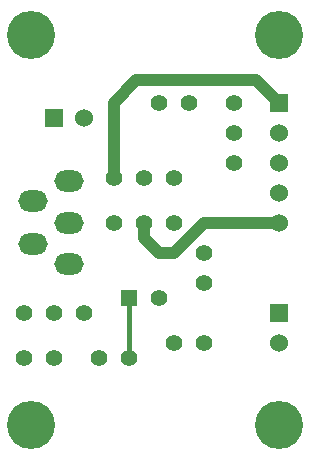
<source format=gtl>
G04 (created by PCBNEW (2013-07-07 BZR 4022)-stable) date 3/7/2014 1:37:03 AM*
%MOIN*%
G04 Gerber Fmt 3.4, Leading zero omitted, Abs format*
%FSLAX34Y34*%
G01*
G70*
G90*
G04 APERTURE LIST*
%ADD10C,0.00590551*%
%ADD11C,0.055*%
%ADD12R,0.06X0.06*%
%ADD13C,0.06*%
%ADD14R,0.055X0.055*%
%ADD15O,0.0984X0.0709*%
%ADD16C,0.16*%
%ADD17C,0.015*%
%ADD18C,0.04*%
G04 APERTURE END LIST*
G54D10*
G54D11*
X12000Y-16500D03*
X11000Y-16500D03*
X12000Y-14500D03*
X12000Y-13500D03*
X10500Y-8500D03*
X11500Y-8500D03*
X7000Y-17000D03*
X6000Y-17000D03*
X9500Y-17000D03*
X8500Y-17000D03*
G54D12*
X14500Y-8500D03*
G54D13*
X14500Y-9500D03*
X14500Y-10500D03*
X14500Y-11500D03*
X14500Y-12500D03*
G54D12*
X7000Y-9000D03*
G54D13*
X8000Y-9000D03*
G54D12*
X14500Y-15500D03*
G54D13*
X14500Y-16500D03*
G54D14*
X9500Y-15000D03*
G54D11*
X10500Y-15000D03*
X9000Y-11000D03*
X11000Y-11000D03*
X10000Y-11000D03*
X11000Y-12500D03*
X9000Y-12500D03*
X10000Y-12500D03*
X13000Y-8500D03*
X13000Y-10500D03*
X13000Y-9500D03*
X8000Y-15500D03*
X6000Y-15500D03*
X7000Y-15500D03*
G54D15*
X7496Y-12500D03*
X7496Y-13878D03*
X7496Y-11122D03*
X6315Y-11791D03*
X6315Y-13209D03*
G54D16*
X6250Y-6250D03*
X6250Y-19250D03*
X14500Y-6250D03*
X14500Y-19250D03*
G54D17*
X9500Y-15000D02*
X9500Y-17000D01*
G54D18*
X9000Y-11000D02*
X9000Y-8500D01*
X13750Y-7750D02*
X14500Y-8500D01*
X9750Y-7750D02*
X13750Y-7750D01*
X9000Y-8500D02*
X9750Y-7750D01*
X10000Y-12500D02*
X10000Y-13000D01*
X12000Y-12500D02*
X14500Y-12500D01*
X11000Y-13500D02*
X12000Y-12500D01*
X10500Y-13500D02*
X11000Y-13500D01*
X10000Y-13000D02*
X10500Y-13500D01*
M02*

</source>
